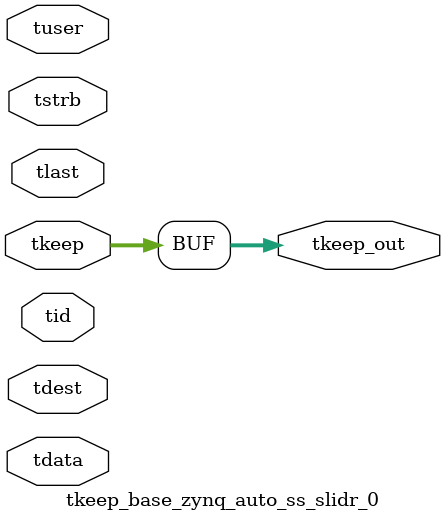
<source format=v>


`timescale 1ps/1ps

module tkeep_base_zynq_auto_ss_slidr_0 #
(
parameter C_S_AXIS_TDATA_WIDTH = 32,
parameter C_S_AXIS_TUSER_WIDTH = 0,
parameter C_S_AXIS_TID_WIDTH   = 0,
parameter C_S_AXIS_TDEST_WIDTH = 0,
parameter C_M_AXIS_TDATA_WIDTH = 32
)
(
input  [(C_S_AXIS_TDATA_WIDTH == 0 ? 1 : C_S_AXIS_TDATA_WIDTH)-1:0     ] tdata,
input  [(C_S_AXIS_TUSER_WIDTH == 0 ? 1 : C_S_AXIS_TUSER_WIDTH)-1:0     ] tuser,
input  [(C_S_AXIS_TID_WIDTH   == 0 ? 1 : C_S_AXIS_TID_WIDTH)-1:0       ] tid,
input  [(C_S_AXIS_TDEST_WIDTH == 0 ? 1 : C_S_AXIS_TDEST_WIDTH)-1:0     ] tdest,
input  [(C_S_AXIS_TDATA_WIDTH/8)-1:0 ] tkeep,
input  [(C_S_AXIS_TDATA_WIDTH/8)-1:0 ] tstrb,
input                                                                    tlast,
output [(C_M_AXIS_TDATA_WIDTH/8)-1:0 ] tkeep_out
);

assign tkeep_out = {tkeep[3:0]};

endmodule


</source>
